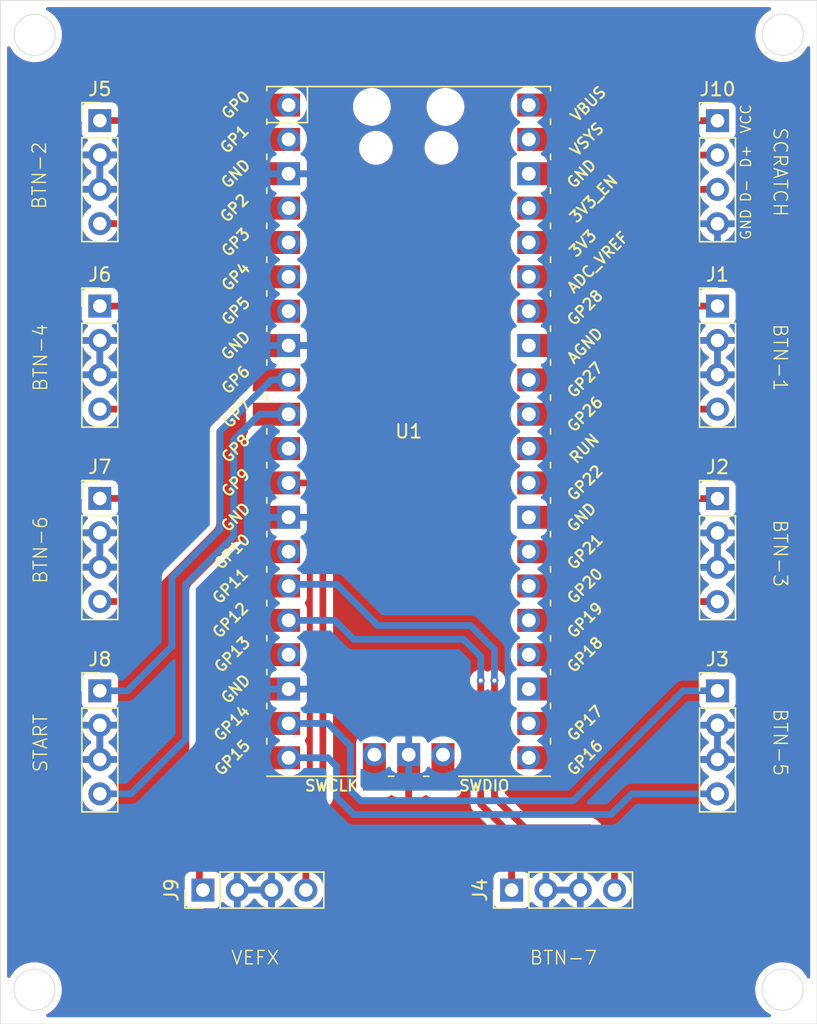
<source format=kicad_pcb>
(kicad_pcb (version 20240108) (generator "pcbnew") (generator_version "8.0")
  (layers (0 "F.Cu" signal) (31 "B.Cu" signal) (34 "B.Paste" user) (35 "F.Paste" user) (36 "B.SilkS" user "B.Silkscreen") (37 "F.SilkS" user "F.Silkscreen") (38 "B.Mask" user) (39 "F.Mask" user) (44 "Edge.Cuts" user))
  (net 0 "")
  (net 1 "Net-(J10-Pin_1)")
  (net 11 "Net-(J1-Pin_1)")
  (net 12 "Net-(J2-Pin_1)")
  (net 13 "Net-(J2-Pin_4)")
  (net 14 "Net-(J3-Pin_1)")
  (net 15 "Net-(J3-Pin_4)")
  (net 16 "Net-(J4-Pin_1)")
  (net 17 "Net-(J4-Pin_4)")
  (net 18 "Net-(J5-Pin_4)")
  (net 19 "Net-(J5-Pin_1)")
  (net 20 "Net-(J6-Pin_4)")
  (net 21 "Net-(J6-Pin_1)")
  (net 22 "Net-(J7-Pin_1)")
  (net 23 "Net-(J7-Pin_4)")
  (net 24 "Net-(J8-Pin_1)")
  (net 25 "Net-(J8-Pin_4)")
  (net 26 "Net-(J9-Pin_4)")
  (net 27 "Net-(J9-Pin_1)")
  (net 33 "GND")
  (net 34 "Net-(J10-Pin_3)")
  (net 40 "Net-(J10-Pin_2)")
  (footprint "Connector_PinHeader_2.54mm:PinHeader_1x04_P2.54mm_Vertical" (layer "F.Cu") (at 90.17 85.09 90)
    (property "Reference" "J4" (at 0 -2.33 90) (layer "F.SilkS"))
    (property "Value" "BTN-7")
    (fp_line (start -1.33 -1.33) (end 0 -1.33) (stroke (width 0.12)) (layer "F.SilkS"))
    (fp_line (start -1.33 0) (end -1.33 -1.33) (stroke (width 0.12)) (layer "F.SilkS"))
    (fp_line (start 1.33 1.27) (end 1.33 8.95) (stroke (width 0.12)) (layer "F.SilkS"))
    (fp_line (start -1.33 1.27) (end 1.33 1.27) (stroke (width 0.12)) (layer "F.SilkS"))
    (fp_line (start -1.33 1.27) (end -1.33 8.95) (stroke (width 0.12)) (layer "F.SilkS"))
    (fp_line (start -1.33 8.95) (end 1.33 8.95) (stroke (width 0.12)) (layer "F.SilkS"))
    (pad "1" thru_hole rect (at 0 0 90) (size 1.7 1.7) (drill 1) (layers "*.Cu" "*.Mask") (net 16 "Net-(J4-Pin_1)"))
    (pad "2" thru_hole oval (at 0 2.54 90) (size 1.7 1.7) (drill 1) (layers "*.Cu" "*.Mask") (net 33 "GND"))
    (pad "3" thru_hole oval (at 0 5.08 90) (size 1.7 1.7) (drill 1) (layers "*.Cu" "*.Mask") (net 33 "GND"))
    (pad "4" thru_hole oval (at 0 7.62 90) (size 1.7 1.7) (drill 1) (layers "*.Cu" "*.Mask") (net 17 "Net-(J4-Pin_4)"))
  )
  (footprint "Connector_PinHeader_2.54mm:PinHeader_1x04_P2.54mm_Vertical" (layer "F.Cu") (at 105.41 56.144)
    (property "Reference" "J2" (at 0 -2.33 0) (layer "F.SilkS"))
    (property "Value" "BTN-3")
    (fp_line (start -1.33 -1.33) (end 0 -1.33) (stroke (width 0.12)) (layer "F.SilkS"))
    (fp_line (start -1.33 0) (end -1.33 -1.33) (stroke (width 0.12)) (layer "F.SilkS"))
    (fp_line (start -1.33 1.27) (end -1.33 8.95) (stroke (width 0.12)) (layer "F.SilkS"))
    (fp_line (start -1.33 1.27) (end 1.33 1.27) (stroke (width 0.12)) (layer "F.SilkS"))
    (fp_line (start -1.33 8.95) (end 1.33 8.95) (stroke (width 0.12)) (layer "F.SilkS"))
    (fp_line (start 1.33 1.27) (end 1.33 8.95) (stroke (width 0.12)) (layer "F.SilkS"))
    (pad "1" thru_hole rect (at 0 0) (size 1.7 1.7) (drill 1) (layers "*.Cu" "*.Mask") (net 12 "Net-(J2-Pin_1)"))
    (pad "2" thru_hole oval (at 0 2.54) (size 1.7 1.7) (drill 1) (layers "*.Cu" "*.Mask") (net 33 "GND"))
    (pad "3" thru_hole oval (at 0 5.08) (size 1.7 1.7) (drill 1) (layers "*.Cu" "*.Mask") (net 33 "GND"))
    (pad "4" thru_hole oval (at 0 7.62) (size 1.7 1.7) (drill 1) (layers "*.Cu" "*.Mask") (net 13 "Net-(J2-Pin_4)"))
  )
  (footprint "Connector_PinHeader_2.54mm:PinHeader_1x04_P2.54mm_Vertical" (layer "F.Cu") (at 105.41 28.204)
    (property "Reference" "J10" (at 0 -2.33 0) (layer "F.SilkS"))
    (property "Value" "SCRATCH")
    (fp_line (start -1.33 -1.33) (end 0 -1.33) (stroke (width 0.12)) (layer "F.SilkS"))
    (fp_line (start -1.33 0) (end -1.33 -1.33) (stroke (width 0.12)) (layer "F.SilkS"))
    (fp_line (start -1.33 1.27) (end -1.33 8.95) (stroke (width 0.12)) (layer "F.SilkS"))
    (fp_line (start -1.33 1.27) (end 1.33 1.27) (stroke (width 0.12)) (layer "F.SilkS"))
    (fp_line (start -1.33 8.95) (end 1.33 8.95) (stroke (width 0.12)) (layer "F.SilkS"))
    (fp_line (start 1.33 1.27) (end 1.33 8.95) (stroke (width 0.12)) (layer "F.SilkS"))
    (pad "1" thru_hole rect (at 0 0) (size 1.7 1.7) (drill 1) (layers "*.Cu" "*.Mask") (net 1 "Net-(J10-Pin_1)"))
    (pad "2" thru_hole oval (at 0 2.54) (size 1.7 1.7) (drill 1) (layers "*.Cu" "*.Mask") (net 40 "Net-(J10-Pin_2)"))
    (pad "3" thru_hole oval (at 0 5.08) (size 1.7 1.7) (drill 1) (layers "*.Cu" "*.Mask") (net 34 "Net-(J10-Pin_3)"))
    (pad "4" thru_hole oval (at 0 7.62) (size 1.7 1.7) (drill 1) (layers "*.Cu" "*.Mask") (net 33 "GND"))
  )
  (footprint "Connector_PinHeader_2.54mm:PinHeader_1x04_P2.54mm_Vertical" (layer "F.Cu") (at 59.69 56.134)
    (property "Reference" "J7" (at 0 -2.33 0) (layer "F.SilkS"))
    (property "Value" "BTN-6")
    (fp_line (start -1.33 -1.33) (end 0 -1.33) (stroke (width 0.12)) (layer "F.SilkS"))
    (fp_line (start -1.33 0) (end -1.33 -1.33) (stroke (width 0.12)) (layer "F.SilkS"))
    (fp_line (start -1.33 1.27) (end -1.33 8.95) (stroke (width 0.12)) (layer "F.SilkS"))
    (fp_line (start -1.33 1.27) (end 1.33 1.27) (stroke (width 0.12)) (layer "F.SilkS"))
    (fp_line (start -1.33 8.95) (end 1.33 8.95) (stroke (width 0.12)) (layer "F.SilkS"))
    (fp_line (start 1.33 1.27) (end 1.33 8.95) (stroke (width 0.12)) (layer "F.SilkS"))
    (pad "1" thru_hole rect (at 0 0) (size 1.7 1.7) (drill 1) (layers "*.Cu" "*.Mask") (net 22 "Net-(J7-Pin_1)"))
    (pad "2" thru_hole oval (at 0 2.54) (size 1.7 1.7) (drill 1) (layers "*.Cu" "*.Mask") (net 33 "GND"))
    (pad "3" thru_hole oval (at 0 5.08) (size 1.7 1.7) (drill 1) (layers "*.Cu" "*.Mask") (net 33 "GND"))
    (pad "4" thru_hole oval (at 0 7.62) (size 1.7 1.7) (drill 1) (layers "*.Cu" "*.Mask") (net 23 "Net-(J7-Pin_4)"))
  )
  (footprint "MCU_RaspberryPi_and_Boards:RPi_Pico_SMD_TH" (layer "F.Cu") (at 82.55 51.178)
    (property "Reference" "U1" (at 0 0 0) (layer "F.SilkS"))
    (property "Value" "Pico")
    (fp_line (start -10.5 -25.5) (end -10.5 -25.2) (stroke (width 0.12)) (layer "F.SilkS"))
    (fp_line (start -10.5 -25.5) (end 10.5 -25.5) (stroke (width 0.12)) (layer "F.SilkS"))
    (fp_line (start -10.5 -23.1) (end -10.5 -22.7) (stroke (width 0.12)) (layer "F.SilkS"))
    (fp_line (start -10.5 -22.833) (end -7.493 -22.833) (stroke (width 0.12)) (layer "F.SilkS"))
    (fp_line (start -10.5 -20.5) (end -10.5 -20.1) (stroke (width 0.12)) (layer "F.SilkS"))
    (fp_line (start -10.5 -18) (end -10.5 -17.6) (stroke (width 0.12)) (layer "F.SilkS"))
    (fp_line (start -10.5 -15.4) (end -10.5 -15) (stroke (width 0.12)) (layer "F.SilkS"))
    (fp_line (start -10.5 -12.9) (end -10.5 -12.5) (stroke (width 0.12)) (layer "F.SilkS"))
    (fp_line (start -10.5 -10.4) (end -10.5 -10) (stroke (width 0.12)) (layer "F.SilkS"))
    (fp_line (start -10.5 -7.8) (end -10.5 -7.4) (stroke (width 0.12)) (layer "F.SilkS"))
    (fp_line (start -10.5 -5.3) (end -10.5 -4.9) (stroke (width 0.12)) (layer "F.SilkS"))
    (fp_line (start -10.5 -2.7) (end -10.5 -2.3) (stroke (width 0.12)) (layer "F.SilkS"))
    (fp_line (start -10.5 -0.2) (end -10.5 0.2) (stroke (width 0.12)) (layer "F.SilkS"))
    (fp_line (start -10.5 2.3) (end -10.5 2.7) (stroke (width 0.12)) (layer "F.SilkS"))
    (fp_line (start -10.5 4.9) (end -10.5 5.3) (stroke (width 0.12)) (layer "F.SilkS"))
    (fp_line (start -10.5 7.4) (end -10.5 7.8) (stroke (width 0.12)) (layer "F.SilkS"))
    (fp_line (start -10.5 10) (end -10.5 10.4) (stroke (width 0.12)) (layer "F.SilkS"))
    (fp_line (start -10.5 12.5) (end -10.5 12.9) (stroke (width 0.12)) (layer "F.SilkS"))
    (fp_line (start -10.5 15.1) (end -10.5 15.5) (stroke (width 0.12)) (layer "F.SilkS"))
    (fp_line (start -10.5 17.6) (end -10.5 18) (stroke (width 0.12)) (layer "F.SilkS"))
    (fp_line (start -10.5 20.1) (end -10.5 20.5) (stroke (width 0.12)) (layer "F.SilkS"))
    (fp_line (start -10.5 22.7) (end -10.5 23.1) (stroke (width 0.12)) (layer "F.SilkS"))
    (fp_line (start -7.493 -22.833) (end -7.493 -25.5) (stroke (width 0.12)) (layer "F.SilkS"))
    (fp_line (start -3.7 25.5) (end -10.5 25.5) (stroke (width 0.12)) (layer "F.SilkS"))
    (fp_line (start -1.5 25.5) (end -1.1 25.5) (stroke (width 0.12)) (layer "F.SilkS"))
    (fp_line (start 1.1 25.5) (end 1.5 25.5) (stroke (width 0.12)) (layer "F.SilkS"))
    (fp_line (start 10.5 -25.5) (end 10.5 -25.2) (stroke (width 0.12)) (layer "F.SilkS"))
    (fp_line (start 10.5 -23.1) (end 10.5 -22.7) (stroke (width 0.12)) (layer "F.SilkS"))
    (fp_line (start 10.5 -20.5) (end 10.5 -20.1) (stroke (width 0.12)) (layer "F.SilkS"))
    (fp_line (start 10.5 -18) (end 10.5 -17.6) (stroke (width 0.12)) (layer "F.SilkS"))
    (fp_line (start 10.5 -15.4) (end 10.5 -15) (stroke (width 0.12)) (layer "F.SilkS"))
    (fp_line (start 10.5 -12.9) (end 10.5 -12.5) (stroke (width 0.12)) (layer "F.SilkS"))
    (fp_line (start 10.5 -10.4) (end 10.5 -10) (stroke (width 0.12)) (layer "F.SilkS"))
    (fp_line (start 10.5 -7.8) (end 10.5 -7.4) (stroke (width 0.12)) (layer "F.SilkS"))
    (fp_line (start 10.5 -5.3) (end 10.5 -4.9) (stroke (width 0.12)) (layer "F.SilkS"))
    (fp_line (start 10.5 -2.7) (end 10.5 -2.3) (stroke (width 0.12)) (layer "F.SilkS"))
    (fp_line (start 10.5 -0.2) (end 10.5 0.2) (stroke (width 0.12)) (layer "F.SilkS"))
    (fp_line (start 10.5 2.3) (end 10.5 2.7) (stroke (width 0.12)) (layer "F.SilkS"))
    (fp_line (start 10.5 4.9) (end 10.5 5.3) (stroke (width 0.12)) (layer "F.SilkS"))
    (fp_line (start 10.5 7.4) (end 10.5 7.8) (stroke (width 0.12)) (layer "F.SilkS"))
    (fp_line (start 10.5 10) (end 10.5 10.4) (stroke (width 0.12)) (layer "F.SilkS"))
    (fp_line (start 10.5 12.5) (end 10.5 12.9) (stroke (width 0.12)) (layer "F.SilkS"))
    (fp_line (start 10.5 15.1) (end 10.5 15.5) (stroke (width 0.12)) (layer "F.SilkS"))
    (fp_line (start 10.5 17.6) (end 10.5 18) (stroke (width 0.12)) (layer "F.SilkS"))
    (fp_line (start 10.5 20.1) (end 10.5 20.5) (stroke (width 0.12)) (layer "F.SilkS"))
    (fp_line (start 10.5 22.7) (end 10.5 23.1) (stroke (width 0.12)) (layer "F.SilkS"))
    (fp_line (start 10.5 25.5) (end 3.7 25.5) (stroke (width 0.12)) (layer "F.SilkS"))
    (fp_text user "GP8" (at -12.8 1.27 45) (layer "F.SilkS") (effects (font (size 0.8 0.8))))
    (fp_text user "GP1" (at -12.9 -21.6 45) (layer "F.SilkS") (effects (font (size 0.8 0.8))))
    (fp_text user "GP2" (at -12.9 -16.51 45) (layer "F.SilkS") (effects (font (size 0.8 0.8))))
    (fp_text user "3V3_EN" (at 13.7 -17.2 45) (layer "F.SilkS") (effects (font (size 0.8 0.8))))
    (fp_text user "GND" (at -12.8 -6.35 45) (layer "F.SilkS") (effects (font (size 0.8 0.8))))
    (fp_text user "GP28" (at 13.054 -9.144 45) (layer "F.SilkS") (effects (font (size 0.8 0.8))))
    (fp_text user "GP10" (at -13.054 8.89 45) (layer "F.SilkS") (effects (font (size 0.8 0.8))))
    (fp_text user "GP11" (at -13.2 11.43 45) (layer "F.SilkS") (effects (font (size 0.8 0.8))))
    (fp_text user "GP5" (at -12.8 -8.89 45) (layer "F.SilkS") (effects (font (size 0.8 0.8))))
    (fp_text user "GP17" (at 13.054 21.59 45) (layer "F.SilkS") (effects (font (size 0.8 0.8))))
    (fp_text user "RUN" (at 13 1.27 45) (layer "F.SilkS") (effects (font (size 0.8 0.8))))
    (fp_text user "SWDIO" (at 5.6 26.2 0) (layer "F.SilkS") (effects (font (size 0.8 0.8))))
    (fp_text user "GND" (at 12.8 6.35 45) (layer "F.SilkS") (effects (font (size 0.8 0.8))))
    (fp_text user "AGND" (at 13.054 -6.35 45) (layer "F.SilkS") (effects (font (size 0.8 0.8))))
    (fp_text user "3V3" (at 12.9 -13.9 45) (layer "F.SilkS") (effects (font (size 0.8 0.8))))
    (fp_text user "GND" (at -12.8 6.35 45) (layer "F.SilkS") (effects (font (size 0.8 0.8))))
    (fp_text user "GP9" (at -12.8 3.81 45) (layer "F.SilkS") (effects (font (size 0.8 0.8))))
    (fp_text user "GP12" (at -13.2 13.97 45) (layer "F.SilkS") (effects (font (size 0.8 0.8))))
    (fp_text user "GP19" (at 13.054 13.97 45) (layer "F.SilkS") (effects (font (size 0.8 0.8))))
    (fp_text user "GP22" (at 13.054 3.81 45) (layer "F.SilkS") (effects (font (size 0.8 0.8))))
    (fp_text user "GP20" (at 13.054 11.43 45) (layer "F.SilkS") (effects (font (size 0.8 0.8))))
    (fp_text user "GP0" (at -12.8 -24.13 45) (layer "F.SilkS") (effects (font (size 0.8 0.8))))
    (fp_text user "GND" (at -12.8 -19.05 45) (layer "F.SilkS") (effects (font (size 0.8 0.8))))
    (fp_text user "GP16" (at 13.054 24.13 45) (layer "F.SilkS") (effects (font (size 0.8 0.8))))
    (fp_text user "GP13" (at -13.054 16.51 45) (layer "F.SilkS") (effects (font (size 0.8 0.8))))
    (fp_text user "ADC_VREF" (at 14 -12.5 45) (layer "F.SilkS") (effects (font (size 0.8 0.8))))
    (fp_text user "GP14" (at -13.1 21.59 45) (layer "F.SilkS") (effects (font (size 0.8 0.8))))
    (fp_text user "GP3" (at -12.8 -13.97 45) (layer "F.SilkS") (effects (font (size 0.8 0.8))))
    (fp_text user "GP4" (at -12.8 -11.43 45) (layer "F.SilkS") (effects (font (size 0.8 0.8))))
    (fp_text user "GP6" (at -12.8 -3.81 45) (layer "F.SilkS") (effects (font (size 0.8 0.8))))
    (fp_text user "GP27" (at 13.054 -3.8 45) (layer "F.SilkS") (effects (font (size 0.8 0.8))))
    (fp_text user "SWCLK" (at -5.7 26.2 0) (layer "F.SilkS") (effects (font (size 0.8 0.8))))
    (fp_text user "GND" (at -12.8 19.05 45) (layer "F.SilkS") (effects (font (size 0.8 0.8))))
    (fp_text user "GND" (at 12.8 -19.05 45) (layer "F.SilkS") (effects (font (size 0.8 0.8))))
    (fp_text user "GP21" (at 13.054 8.9 45) (layer "F.SilkS") (effects (font (size 0.8 0.8))))
    (fp_text user "GP18" (at 13.054 16.51 45) (layer "F.SilkS") (effects (font (size 0.8 0.8))))
    (fp_text user "VBUS" (at 13.3 -24.2 45) (layer "F.SilkS") (effects (font (size 0.8 0.8))))
    (fp_text user "GP15" (at -13.054 24.13 45) (layer "F.SilkS") (effects (font (size 0.8 0.8))))
    (fp_text user "GP7" (at -12.7 -1.3 45) (layer "F.SilkS") (effects (font (size 0.8 0.8))))
    (fp_text user "VSYS" (at 13.2 -21.59 45) (layer "F.SilkS") (effects (font (size 0.8 0.8))))
    (fp_text user "GP26" (at 13.054 -1.27 45) (layer "F.SilkS") (effects (font (size 0.8 0.8))))
    (pad "" np_thru_hole oval (at -2.725 -24) (size 1.8 1.8) (drill 1.8) (layers "*.Cu" "*.Mask"))
    (pad "" np_thru_hole oval (at -2.425 -20.97) (size 1.5 1.5) (drill 1.5) (layers "*.Cu" "*.Mask"))
    (pad "" np_thru_hole oval (at 2.425 -20.97) (size 1.5 1.5) (drill 1.5) (layers "*.Cu" "*.Mask"))
    (pad "" np_thru_hole oval (at 2.725 -24) (size 1.8 1.8) (drill 1.8) (layers "*.Cu" "*.Mask"))
    (pad "1" thru_hole oval (at -8.89 -24.13) (size 1.7 1.7) (drill 1.02) (layers "*.Cu" "*.Mask") (net 19 "Net-(J5-Pin_1)"))
    (pad "1" smd rect (at -8.89 -24.13) (size 3.5 1.7) (drill (offset -0.9 0)) (layers "F.Cu" "F.Mask") (net 19 "Net-(J5-Pin_1)"))
    (pad "2" thru_hole oval (at -8.89 -21.59) (size 1.7 1.7) (drill 1.02) (layers "*.Cu" "*.Mask") (net 18 "Net-(J5-Pin_4)"))
    (pad "2" smd rect (at -8.89 -21.59) (size 3.5 1.7) (drill (offset -0.9 0)) (layers "F.Cu" "F.Mask") (net 18 "Net-(J5-Pin_4)"))
    (pad "3" thru_hole rect (at -8.89 -19.05) (size 1.7 1.7) (drill 1.02) (layers "*.Cu" "*.Mask") (net 33 "GND"))
    (pad "3" smd rect (at -8.89 -19.05) (size 3.5 1.7) (drill (offset -0.9 0)) (layers "F.Cu" "F.Mask") (net 33 "GND"))
    (pad "4" thru_hole oval (at -8.89 -16.51) (size 1.7 1.7) (drill 1.02) (layers "*.Cu" "*.Mask") (net 21 "Net-(J6-Pin_1)"))
    (pad "4" smd rect (at -8.89 -16.51) (size 3.5 1.7) (drill (offset -0.9 0)) (layers "F.Cu" "F.Mask") (net 21 "Net-(J6-Pin_1)"))
    (pad "5" thru_hole oval (at -8.89 -13.97) (size 1.7 1.7) (drill 1.02) (layers "*.Cu" "*.Mask") (net 20 "Net-(J6-Pin_4)"))
    (pad "5" smd rect (at -8.89 -13.97) (size 3.5 1.7) (drill (offset -0.9 0)) (layers "F.Cu" "F.Mask") (net 20 "Net-(J6-Pin_4)"))
    (pad "6" thru_hole oval (at -8.89 -11.43) (size 1.7 1.7) (drill 1.02) (layers "*.Cu" "*.Mask") (net 22 "Net-(J7-Pin_1)"))
    (pad "6" smd rect (at -8.89 -11.43) (size 3.5 1.7) (drill (offset -0.9 0)) (layers "F.Cu" "F.Mask") (net 22 "Net-(J7-Pin_1)"))
    (pad "7" thru_hole oval (at -8.89 -8.89) (size 1.7 1.7) (drill 1.02) (layers "*.Cu" "*.Mask") (net 23 "Net-(J7-Pin_4)"))
    (pad "7" smd rect (at -8.89 -8.89) (size 3.5 1.7) (drill (offset -0.9 0)) (layers "F.Cu" "F.Mask") (net 23 "Net-(J7-Pin_4)"))
    (pad "8" thru_hole rect (at -8.89 -6.35) (size 1.7 1.7) (drill 1.02) (layers "*.Cu" "*.Mask") (net 33 "GND"))
    (pad "8" smd rect (at -8.89 -6.35) (size 3.5 1.7) (drill (offset -0.9 0)) (layers "F.Cu" "F.Mask") (net 33 "GND"))
    (pad "9" thru_hole oval (at -8.89 -3.81) (size 1.7 1.7) (drill 1.02) (layers "*.Cu" "*.Mask") (net 24 "Net-(J8-Pin_1)"))
    (pad "9" smd rect (at -8.89 -3.81) (size 3.5 1.7) (drill (offset -0.9 0)) (layers "F.Cu" "F.Mask") (net 24 "Net-(J8-Pin_1)"))
    (pad "10" thru_hole oval (at -8.89 -1.27) (size 1.7 1.7) (drill 1.02) (layers "*.Cu" "*.Mask") (net 25 "Net-(J8-Pin_4)"))
    (pad "10" smd rect (at -8.89 -1.27) (size 3.5 1.7) (drill (offset -0.9 0)) (layers "F.Cu" "F.Mask") (net 25 "Net-(J8-Pin_4)"))
    (pad "11" thru_hole oval (at -8.89 1.27) (size 1.7 1.7) (drill 1.02) (layers "*.Cu" "*.Mask"))
    (pad "11" smd rect (at -8.89 1.27) (size 3.5 1.7) (drill (offset -0.9 0)) (layers "F.Cu" "F.Mask"))
    (pad "12" thru_hole oval (at -8.89 3.81) (size 1.7 1.7) (drill 1.02) (layers "*.Cu" "*.Mask") (net 26 "Net-(J9-Pin_4)"))
    (pad "12" smd rect (at -8.89 3.81) (size 3.5 1.7) (drill (offset -0.9 0)) (layers "F.Cu" "F.Mask") (net 26 "Net-(J9-Pin_4)"))
    (pad "13" thru_hole rect (at -8.89 6.35) (size 1.7 1.7) (drill 1.02) (layers "*.Cu" "*.Mask") (net 33 "GND"))
    (pad "13" smd rect (at -8.89 6.35) (size 3.5 1.7) (drill (offset -0.9 0)) (layers "F.Cu" "F.Mask") (net 33 "GND"))
    (pad "14" thru_hole oval (at -8.89 8.89) (size 1.7 1.7) (drill 1.02) (layers "*.Cu" "*.Mask") (net 27 "Net-(J9-Pin_1)"))
    (pad "14" smd rect (at -8.89 8.89) (size 3.5 1.7) (drill (offset -0.9 0)) (layers "F.Cu" "F.Mask") (net 27 "Net-(J9-Pin_1)"))
    (pad "15" thru_hole oval (at -8.89 11.43) (size 1.7 1.7) (drill 1.02) (layers "*.Cu" "*.Mask") (net 17 "Net-(J4-Pin_4)"))
    (pad "15" smd rect (at -8.89 11.43) (size 3.5 1.7) (drill (offset -0.9 0)) (layers "F.Cu" "F.Mask") (net 17 "Net-(J4-Pin_4)"))
    (pad "16" thru_hole oval (at -8.89 13.97) (size 1.7 1.7) (drill 1.02) (layers "*.Cu" "*.Mask") (net 16 "Net-(J4-Pin_1)"))
    (pad "16" smd rect (at -8.89 13.97) (size 3.5 1.7) (drill (offset -0.9 0)) (layers "F.Cu" "F.Mask") (net 16 "Net-(J4-Pin_1)"))
    (pad "17" thru_hole oval (at -8.89 16.51) (size 1.7 1.7) (drill 1.02) (layers "*.Cu" "*.Mask"))
    (pad "17" smd rect (at -8.89 16.51) (size 3.5 1.7) (drill (offset -0.9 0)) (layers "F.Cu" "F.Mask"))
    (pad "18" thru_hole rect (at -8.89 19.05) (size 1.7 1.7) (drill 1.02) (layers "*.Cu" "*.Mask") (net 33 "GND"))
    (pad "18" smd rect (at -8.89 19.05) (size 3.5 1.7) (drill (offset -0.9 0)) (layers "F.Cu" "F.Mask") (net 33 "GND"))
    (pad "19" thru_hole oval (at -8.89 21.59) (size 1.7 1.7) (drill 1.02) (layers "*.Cu" "*.Mask") (net 14 "Net-(J3-Pin_1)"))
    (pad "19" smd rect (at -8.89 21.59) (size 3.5 1.7) (drill (offset -0.9 0)) (layers "F.Cu" "F.Mask") (net 14 "Net-(J3-Pin_1)"))
    (pad "20" thru_hole oval (at -8.89 24.13) (size 1.7 1.7) (drill 1.02) (layers "*.Cu" "*.Mask") (net 15 "Net-(J3-Pin_4)"))
    (pad "20" smd rect (at -8.89 24.13) (size 3.5 1.7) (drill (offset -0.9 0)) (layers "F.Cu" "F.Mask") (net 15 "Net-(J3-Pin_4)"))
    (pad "21" thru_hole oval (at 8.89 24.13) (size 1.7 1.7) (drill 1.02) (layers "*.Cu" "*.Mask") (net 13 "Net-(J2-Pin_4)"))
    (pad "21" smd rect (at 8.89 24.13) (size 3.5 1.7) (drill (offset 0.9 0)) (layers "F.Cu" "F.Mask") (net 13 "Net-(J2-Pin_4)"))
    (pad "22" thru_hole oval (at 8.89 21.59) (size 1.7 1.7) (drill 1.02) (layers "*.Cu" "*.Mask") (net 12 "Net-(J2-Pin_1)"))
    (pad "22" smd rect (at 8.89 21.59) (size 3.5 1.7) (drill (offset 0.9 0)) (layers "F.Cu" "F.Mask") (net 12 "Net-(J2-Pin_1)"))
    (pad "23" thru_hole rect (at 8.89 19.05) (size 1.7 1.7) (drill 1.02) (layers "*.Cu" "*.Mask"))
    (pad "23" smd rect (at 8.89 19.05) (size 3.5 1.7) (drill (offset 0.9 0)) (layers "F.Cu" "F.Mask"))
    (pad "24" thru_hole oval (at 8.89 16.51) (size 1.7 1.7) (drill 1.02) (layers "*.Cu" "*.Mask"))
    (pad "24" smd rect (at 8.89 16.51) (size 3.5 1.7) (drill (offset 0.9 0)) (layers "F.Cu" "F.Mask"))
    (pad "25" thru_hole oval (at 8.89 13.97) (size 1.7 1.7) (drill 1.02) (layers "*.Cu" "*.Mask") (net 11 "Net-(J1-Pin_1)"))
    (pad "25" smd rect (at 8.89 13.97) (size 3.5 1.7) (drill (offset 0.9 0)) (layers "F.Cu" "F.Mask") (net 11 "Net-(J1-Pin_1)"))
    (pad "26" thru_hole oval (at 8.89 11.43) (size 1.7 1.7) (drill 1.02) (layers "*.Cu" "*.Mask") (net 34 "Net-(J10-Pin_3)"))
    (pad "26" smd rect (at 8.89 11.43) (size 3.5 1.7) (drill (offset 0.9 0)) (layers "F.Cu" "F.Mask") (net 34 "Net-(J10-Pin_3)"))
    (pad "27" thru_hole oval (at 8.89 8.89) (size 1.7 1.7) (drill 1.02) (layers "*.Cu" "*.Mask") (net 40 "Net-(J10-Pin_2)"))
    (pad "27" smd rect (at 8.89 8.89) (size 3.5 1.7) (drill (offset 0.9 0)) (layers "F.Cu" "F.Mask") (net 40 "Net-(J10-Pin_2)"))
    (pad "28" thru_hole rect (at 8.89 6.35) (size 1.7 1.7) (drill 1.02) (layers "*.Cu" "*.Mask"))
    (pad "28" smd rect (at 8.89 6.35) (size 3.5 1.7) (drill (offset 0.9 0)) (layers "F.Cu" "F.Mask"))
    (pad "29" thru_hole oval (at 8.89 3.81) (size 1.7 1.7) (drill 1.02) (layers "*.Cu" "*.Mask"))
    (pad "29" smd rect (at 8.89 3.81) (size 3.5 1.7) (drill (offset 0.9 0)) (layers "F.Cu" "F.Mask"))
    (pad "30" thru_hole oval (at 8.89 1.27) (size 1.7 1.7) (drill 1.02) (layers "*.Cu" "*.Mask"))
    (pad "30" smd rect (at 8.89 1.27) (size 3.5 1.7) (drill (offset 0.9 0)) (layers "F.Cu" "F.Mask"))
    (pad "31" thru_hole oval (at 8.89 -1.27) (size 1.7 1.7) (drill 1.02) (layers "*.Cu" "*.Mask"))
    (pad "31" smd rect (at 8.89 -1.27) (size 3.5 1.7) (drill (offset 0.9 0)) (layers "F.Cu" "F.Mask"))
    (pad "32" thru_hole oval (at 8.89 -3.81) (size 1.7 1.7) (drill 1.02) (layers "*.Cu" "*.Mask"))
    (pad "32" smd rect (at 8.89 -3.81) (size 3.5 1.7) (drill (offset 0.9 0)) (layers "F.Cu" "F.Mask"))
    (pad "33" thru_hole rect (at 8.89 -6.35) (size 1.7 1.7) (drill 1.02) (layers "*.Cu" "*.Mask"))
    (pad "33" smd rect (at 8.89 -6.35) (size 3.5 1.7) (drill (offset 0.9 0)) (layers "F.Cu" "F.Mask"))
    (pad "34" thru_hole oval (at 8.89 -8.89) (size 1.7 1.7) (drill 1.02) (layers "*.Cu" "*.Mask"))
    (pad "34" smd rect (at 8.89 -8.89) (size 3.5 1.7) (drill (offset 0.9 0)) (layers "F.Cu" "F.Mask"))
    (pad "35" thru_hole oval (at 8.89 -11.43) (size 1.7 1.7) (drill 1.02) (layers "*.Cu" "*.Mask"))
    (pad "35" smd rect (at 8.89 -11.43) (size 3.5 1.7) (drill (offset 0.9 0)) (layers "F.Cu" "F.Mask"))
    (pad "36" thru_hole oval (at 8.89 -13.97) (size 1.7 1.7) (drill 1.02) (layers "*.Cu" "*.Mask"))
    (pad "36" smd rect (at 8.89 -13.97) (size 3.5 1.7) (drill (offset 0.9 0)) (layers "F.Cu" "F.Mask"))
    (pad "37" thru_hole oval (at 8.89 -16.51) (size 1.7 1.7) (drill 1.02) (layers "*.Cu" "*.Mask"))
    (pad "37" smd rect (at 8.89 -16.51) (size 3.5 1.7) (drill (offset 0.9 0)) (layers "F.Cu" "F.Mask"))
    (pad "38" thru_hole rect (at 8.89 -19.05) (size 1.7 1.7) (drill 1.02) (layers "*.Cu" "*.Mask"))
    (pad "38" smd rect (at 8.89 -19.05) (size 3.5 1.7) (drill (offset 0.9 0)) (layers "F.Cu" "F.Mask"))
    (pad "39" thru_hole oval (at 8.89 -21.59) (size 1.7 1.7) (drill 1.02) (layers "*.Cu" "*.Mask"))
    (pad "39" smd rect (at 8.89 -21.59) (size 3.5 1.7) (drill (offset 0.9 0)) (layers "F.Cu" "F.Mask"))
    (pad "40" thru_hole oval (at 8.89 -24.13) (size 1.7 1.7) (drill 1.02) (layers "*.Cu" "*.Mask") (net 1 "Net-(J10-Pin_1)"))
    (pad "40" smd rect (at 8.89 -24.13) (size 3.5 1.7) (drill (offset 0.9 0)) (layers "F.Cu" "F.Mask") (net 1 "Net-(J10-Pin_1)"))
    (pad "41" thru_hole oval (at -2.54 23.9) (size 1.7 1.7) (drill 1.02) (layers "*.Cu" "*.Mask"))
    (pad "41" smd rect (at -2.54 23.9 90) (size 3.5 1.7) (drill (offset -0.9 0)) (layers "F.Cu" "F.Mask"))
    (pad "42" thru_hole rect (at 0 23.9) (size 1.7 1.7) (drill 1.02) (layers "*.Cu" "*.Mask") (net 33 "GND"))
    (pad "42" smd rect (at 0 23.9 90) (size 3.5 1.7) (drill (offset -0.9 0)) (layers "F.Cu" "F.Mask") (net 33 "GND"))
    (pad "43" thru_hole oval (at 2.54 23.9) (size 1.7 1.7) (drill 1.02) (layers "*.Cu" "*.Mask"))
    (pad "43" smd rect (at 2.54 23.9 90) (size 3.5 1.7) (drill (offset -0.9 0)) (layers "F.Cu" "F.Mask"))
  )
  (footprint "Connector_PinHeader_2.54mm:PinHeader_1x04_P2.54mm_Vertical" (layer "F.Cu") (at 59.69 70.358)
    (property "Reference" "J8" (at 0 -2.33 0) (layer "F.SilkS"))
    (property "Value" "START")
    (fp_line (start -1.33 -1.33) (end 0 -1.33) (stroke (width 0.12)) (layer "F.SilkS"))
    (fp_line (start -1.33 0) (end -1.33 -1.33) (stroke (width 0.12)) (layer "F.SilkS"))
    (fp_line (start -1.33 1.27) (end -1.33 8.95) (stroke (width 0.12)) (layer "F.SilkS"))
    (fp_line (start -1.33 1.27) (end 1.33 1.27) (stroke (width 0.12)) (layer "F.SilkS"))
    (fp_line (start -1.33 8.95) (end 1.33 8.95) (stroke (width 0.12)) (layer "F.SilkS"))
    (fp_line (start 1.33 1.27) (end 1.33 8.95) (stroke (width 0.12)) (layer "F.SilkS"))
    (pad "1" thru_hole rect (at 0 0) (size 1.7 1.7) (drill 1) (layers "*.Cu" "*.Mask") (net 24 "Net-(J8-Pin_1)"))
    (pad "2" thru_hole oval (at 0 2.54) (size 1.7 1.7) (drill 1) (layers "*.Cu" "*.Mask") (net 33 "GND"))
    (pad "3" thru_hole oval (at 0 5.08) (size 1.7 1.7) (drill 1) (layers "*.Cu" "*.Mask") (net 33 "GND"))
    (pad "4" thru_hole oval (at 0 7.62) (size 1.7 1.7) (drill 1) (layers "*.Cu" "*.Mask") (net 25 "Net-(J8-Pin_4)"))
  )
  (footprint "Connector_PinHeader_2.54mm:PinHeader_1x04_P2.54mm_Vertical" (layer "F.Cu") (at 59.69 41.91)
    (property "Reference" "J6" (at 0 -2.33 0) (layer "F.SilkS"))
    (property "Value" "BTN-4")
    (fp_line (start -1.33 -1.33) (end 0 -1.33) (stroke (width 0.12)) (layer "F.SilkS"))
    (fp_line (start -1.33 0) (end -1.33 -1.33) (stroke (width 0.12)) (layer "F.SilkS"))
    (fp_line (start -1.33 1.27) (end -1.33 8.95) (stroke (width 0.12)) (layer "F.SilkS"))
    (fp_line (start -1.33 1.27) (end 1.33 1.27) (stroke (width 0.12)) (layer "F.SilkS"))
    (fp_line (start -1.33 8.95) (end 1.33 8.95) (stroke (width 0.12)) (layer "F.SilkS"))
    (fp_line (start 1.33 1.27) (end 1.33 8.95) (stroke (width 0.12)) (layer "F.SilkS"))
    (pad "1" thru_hole rect (at 0 0) (size 1.7 1.7) (drill 1) (layers "*.Cu" "*.Mask") (net 21 "Net-(J6-Pin_1)"))
    (pad "2" thru_hole oval (at 0 2.54) (size 1.7 1.7) (drill 1) (layers "*.Cu" "*.Mask") (net 33 "GND"))
    (pad "3" thru_hole oval (at 0 5.08) (size 1.7 1.7) (drill 1) (layers "*.Cu" "*.Mask") (net 33 "GND"))
    (pad "4" thru_hole oval (at 0 7.62) (size 1.7 1.7) (drill 1) (layers "*.Cu" "*.Mask") (net 20 "Net-(J6-Pin_4)"))
  )
  (footprint "Connector_PinHeader_2.54mm:PinHeader_1x04_P2.54mm_Vertical" (layer "F.Cu") (at 67.32 85.09 90)
    (property "Reference" "J9" (at 0 -2.33 90) (layer "F.SilkS"))
    (property "Value" "VEFX")
    (fp_line (start -1.33 -1.33) (end 0 -1.33) (stroke (width 0.12)) (layer "F.SilkS"))
    (fp_line (start -1.33 0) (end -1.33 -1.33) (stroke (width 0.12)) (layer "F.SilkS"))
    (fp_line (start 1.33 1.27) (end 1.33 8.95) (stroke (width 0.12)) (layer "F.SilkS"))
    (fp_line (start -1.33 1.27) (end 1.33 1.27) (stroke (width 0.12)) (layer "F.SilkS"))
    (fp_line (start -1.33 1.27) (end -1.33 8.95) (stroke (width 0.12)) (layer "F.SilkS"))
    (fp_line (start -1.33 8.95) (end 1.33 8.95) (stroke (width 0.12)) (layer "F.SilkS"))
    (pad "1" thru_hole rect (at 0 0 90) (size 1.7 1.7) (drill 1) (layers "*.Cu" "*.Mask") (net 27 "Net-(J9-Pin_1)"))
    (pad "2" thru_hole oval (at 0 2.54 90) (size 1.7 1.7) (drill 1) (layers "*.Cu" "*.Mask") (net 33 "GND"))
    (pad "3" thru_hole oval (at 0 5.08 90) (size 1.7 1.7) (drill 1) (layers "*.Cu" "*.Mask") (net 33 "GND"))
    (pad "4" thru_hole oval (at 0 7.62 90) (size 1.7 1.7) (drill 1) (layers "*.Cu" "*.Mask") (net 26 "Net-(J9-Pin_4)"))
  )
  (footprint "Connector_PinHeader_2.54mm:PinHeader_1x04_P2.54mm_Vertical" (layer "F.Cu") (at 105.41 41.91)
    (property "Reference" "J1" (at 0 -2.33 0) (layer "F.SilkS"))
    (property "Value" "BTN-1")
    (fp_line (start -1.33 -1.33) (end 0 -1.33) (stroke (width 0.12)) (layer "F.SilkS"))
    (fp_line (start -1.33 0) (end -1.33 -1.33) (stroke (width 0.12)) (layer "F.SilkS"))
    (fp_line (start -1.33 1.27) (end -1.33 8.95) (stroke (width 0.12)) (layer "F.SilkS"))
    (fp_line (start -1.33 1.27) (end 1.33 1.27) (stroke (width 0.12)) (layer "F.SilkS"))
    (fp_line (start -1.33 8.95) (end 1.33 8.95) (stroke (width 0.12)) (layer "F.SilkS"))
    (fp_line (start 1.33 1.27) (end 1.33 8.95) (stroke (width 0.12)) (layer "F.SilkS"))
    (pad "1" thru_hole rect (at 0 0) (size 1.7 1.7) (drill 1) (layers "*.Cu" "*.Mask") (net 11 "Net-(J1-Pin_1)"))
    (pad "2" thru_hole oval (at 0 2.54) (size 1.7 1.7) (drill 1) (layers "*.Cu" "*.Mask") (net 33 "GND"))
    (pad "3" thru_hole oval (at 0 5.08) (size 1.7 1.7) (drill 1) (layers "*.Cu" "*.Mask") (net 33 "GND"))
    (pad "4" thru_hole oval (at 0 7.62) (size 1.7 1.7) (drill 1) (layers "*.Cu" "*.Mask"))
  )
  (footprint "Connector_PinHeader_2.54mm:PinHeader_1x04_P2.54mm_Vertical" (layer "F.Cu") (at 105.41 70.358)
    (property "Reference" "J3" (at 0 -2.33 0) (layer "F.SilkS"))
    (property "Value" "BTN-5")
    (fp_line (start -1.33 -1.33) (end 0 -1.33) (stroke (width 0.12)) (layer "F.SilkS"))
    (fp_line (start -1.33 0) (end -1.33 -1.33) (stroke (width 0.12)) (layer "F.SilkS"))
    (fp_line (start -1.33 1.27) (end -1.33 8.95) (stroke (width 0.12)) (layer "F.SilkS"))
    (fp_line (start -1.33 1.27) (end 1.33 1.27) (stroke (width 0.12)) (layer "F.SilkS"))
    (fp_line (start -1.33 8.95) (end 1.33 8.95) (stroke (width 0.12)) (layer "F.SilkS"))
    (fp_line (start 1.33 1.27) (end 1.33 8.95) (stroke (width 0.12)) (layer "F.SilkS"))
    (pad "1" thru_hole rect (at 0 0) (size 1.7 1.7) (drill 1) (layers "*.Cu" "*.Mask") (net 14 "Net-(J3-Pin_1)"))
    (pad "2" thru_hole oval (at 0 2.54) (size 1.7 1.7) (drill 1) (layers "*.Cu" "*.Mask") (net 33 "GND"))
    (pad "3" thru_hole oval (at 0 5.08) (size 1.7 1.7) (drill 1) (layers "*.Cu" "*.Mask") (net 33 "GND"))
    (pad "4" thru_hole oval (at 0 7.62) (size 1.7 1.7) (drill 1) (layers "*.Cu" "*.Mask") (net 15 "Net-(J3-Pin_4)"))
  )
  (footprint "Connector_PinHeader_2.54mm:PinHeader_1x04_P2.54mm_Vertical" (layer "F.Cu") (at 59.69 28.194)
    (property "Reference" "J5" (at 0 -2.33 0) (layer "F.SilkS"))
    (property "Value" "BTN-2")
    (fp_line (start -1.33 -1.33) (end 0 -1.33) (stroke (width 0.12)) (layer "F.SilkS"))
    (fp_line (start -1.33 0) (end -1.33 -1.33) (stroke (width 0.12)) (layer "F.SilkS"))
    (fp_line (start -1.33 1.27) (end -1.33 8.95) (stroke (width 0.12)) (layer "F.SilkS"))
    (fp_line (start -1.33 1.27) (end 1.33 1.27) (stroke (width 0.12)) (layer "F.SilkS"))
    (fp_line (start -1.33 8.95) (end 1.33 8.95) (stroke (width 0.12)) (layer "F.SilkS"))
    (fp_line (start 1.33 1.27) (end 1.33 8.95) (stroke (width 0.12)) (layer "F.SilkS"))
    (pad "1" thru_hole rect (at 0 0) (size 1.7 1.7) (drill 1) (layers "*.Cu" "*.Mask") (net 19 "Net-(J5-Pin_1)"))
    (pad "2" thru_hole oval (at 0 2.54) (size 1.7 1.7) (drill 1) (layers "*.Cu" "*.Mask") (net 33 "GND"))
    (pad "3" thru_hole oval (at 0 5.08) (size 1.7 1.7) (drill 1) (layers "*.Cu" "*.Mask") (net 33 "GND"))
    (pad "4" thru_hole oval (at 0 7.62) (size 1.7 1.7) (drill 1) (layers "*.Cu" "*.Mask") (net 18 "Net-(J5-Pin_4)"))
  )
  (gr_circle (center 110.225435 92.456) (end 111.749435 92.456) (stroke (width 0.05)) (fill none) (layer "Edge.Cuts"))
  (gr_rect (start 52.324 19.304) (end 112.776 94.996) (stroke (width 0.05)) (fill none) (layer "Edge.Cuts"))
  (gr_circle (center 110.236 21.844) (end 111.76 21.844) (stroke (width 0.05)) (fill none) (layer "Edge.Cuts"))
  (gr_circle (center 54.853435 92.456) (end 56.377435 92.456) (stroke (width 0.05)) (fill none) (layer "Edge.Cuts"))
  (gr_circle (center 54.864 21.854565) (end 56.388 21.844) (stroke (width 0.05)) (fill none) (layer "Edge.Cuts"))
  (gr_text "BTN-7" (at 91.44 90.678 0) (layer "F.SilkS") (effects (font (size 1 1) (thickness 0.1)) (justify left bottom)))
  (gr_text "SCRATCH\n" (at 109.474 32.004 270) (layer "F.SilkS") (effects (font (size 1 1) (thickness 0.1)) (justify bottom)))
  (gr_text "D+" (at 107.95 31.75 90) (layer "F.SilkS") (effects (font (size 0.75 0.75) (thickness 0.1)) (justify left bottom)))
  (gr_text "VEFX" (at 69.342 90.678 0) (layer "F.SilkS") (effects (font (size 1 1) (thickness 0.1)) (justify left bottom)))
  (gr_text "BTN-3" (at 109.474 60.198 270) (layer "F.SilkS") (effects (font (size 1 1) (thickness 0.1)) (justify bottom)))
  (gr_text "BTN-5" (at 109.474 74.168 270) (layer "F.SilkS") (effects (font (size 1 1) (thickness 0.1)) (justify bottom)))
  (gr_text "BTN-6\n" (at 55.88 59.944 90) (layer "F.SilkS") (effects (font (size 1 1) (thickness 0.1)) (justify bottom)))
  (gr_text "D-" (at 107.95 34.29 90) (layer "F.SilkS") (effects (font (size 0.75 0.75) (thickness 0.1)) (justify left bottom)))
  (gr_text "VCC" (at 107.95 29.21 90) (layer "F.SilkS") (effects (font (size 0.75 0.75) (thickness 0.1)) (justify left bottom)))
  (gr_text "BTN-4\n" (at 55.88 45.72 90) (layer "F.SilkS") (effects (font (size 1 1) (thickness 0.1)) (justify bottom)))
  (gr_text "GND\n" (at 107.95 37.084 90) (layer "F.SilkS") (effects (font (size 0.75 0.75) (thickness 0.1)) (justify left bottom)))
  (gr_text "START" (at 55.88 76.454 90) (layer "F.SilkS") (effects (font (size 1 1) (thickness 0.1)) (justify left bottom)))
  (gr_text "BTN-2\n\n" (at 57.404 32.258 90) (layer "F.SilkS") (effects (font (size 1 1) (thickness 0.1)) (justify bottom)))
  (gr_text "BTN-1" (at 109.474 45.72 270) (layer "F.SilkS") (effects (font (size 1 1) (thickness 0.1)) (justify bottom)))
  (segment (start 95.634 67.688) (end 100.33 62.992) (width 0.5) (layer "F.Cu") (net 0))
  (segment (start 100.33 51.816) (end 102.616 49.53) (width 0.5) (layer "F.Cu") (net 0))
  (segment (start 100.33 62.992) (end 100.33 51.816) (width 0.5) (layer "F.Cu") (net 0))
  (segment (start 102.616 49.53) (end 105.41 49.53) (width 0.5) (layer "F.Cu") (net 0))
  (segment (start 91.44 67.688) (end 95.634 67.688) (width 0.5) (layer "F.Cu") (net 0))
  (segment (start 105.41 28.204) (end 100.086 28.204) (width 0.5) (layer "F.Cu") (net 1))
  (segment (start 100.086 28.204) (end 98.93 27.048) (width 0.5) (layer "F.Cu") (net 1))
  (segment (start 98.93 27.048) (end 91.44 27.048) (width 0.5) (layer "F.Cu") (net 1))
  (segment (start 102.616 41.91) (end 105.41 41.91) (width 0.5) (layer "F.Cu") (net 11))
  (segment (start 91.44 65.148) (end 95.634 65.148) (width 0.5) (layer "F.Cu") (net 11))
  (segment (start 99.314 45.212) (end 102.616 41.91) (width 0.5) (layer "F.Cu") (net 11))
  (segment (start 95.634 65.148) (end 99.314 61.468) (width 0.5) (layer "F.Cu") (net 11))
  (segment (start 99.314 61.468) (end 99.314 45.212) (width 0.5) (layer "F.Cu") (net 11))
  (segment (start 97.282 67.564) (end 101.346 63.5) (width 0.5) (layer "F.Cu") (net 12))
  (segment (start 91.44 72.768) (end 95.888 72.768) (width 0.5) (layer "F.Cu") (net 12))
  (segment (start 103.124 56.134) (end 103.134 56.144) (width 0.5) (layer "F.Cu") (net 12))
  (segment (start 97.282 71.374) (end 97.282 67.564) (width 0.5) (layer "F.Cu") (net 12))
  (segment (start 95.888 72.768) (end 97.282 71.374) (width 0.5) (layer "F.Cu") (net 12))
  (segment (start 101.346 57.912) (end 103.124 56.134) (width 0.5) (layer "F.Cu") (net 12))
  (segment (start 101.346 63.5) (end 101.346 57.912) (width 0.5) (layer "F.Cu") (net 12))
  (segment (start 103.134 56.144) (end 105.41 56.144) (width 0.5) (layer "F.Cu") (net 12))
  (segment (start 102.626 63.764) (end 102.616 63.754) (width 0.5) (layer "F.Cu") (net 13))
  (segment (start 98.298 71.882) (end 98.298 68.072) (width 0.5) (layer "F.Cu") (net 13))
  (segment (start 94.872 75.308) (end 98.298 71.882) (width 0.5) (layer "F.Cu") (net 13))
  (segment (start 91.57 75.438) (end 91.44 75.308) (width 0.5) (layer "F.Cu") (net 13))
  (segment (start 91.44 75.308) (end 94.872 75.308) (width 0.5) (layer "F.Cu") (net 13))
  (segment (start 102.626 63.764) (end 105.41 63.764) (width 0.5) (layer "F.Cu") (net 13))
  (segment (start 98.298 68.072) (end 102.616 63.754) (width 0.5) (layer "F.Cu") (net 13))
  (segment (start 78.232 74.422) (end 78.232 77.724) (width 0.5) (layer "B.Cu") (net 14))
  (segment (start 78.994 78.486) (end 94.742 78.486) (width 0.5) (layer "B.Cu") (net 14))
  (segment (start 76.578 72.768) (end 78.232 74.422) (width 0.5) (layer "B.Cu") (net 14))
  (segment (start 78.232 77.724) (end 78.994 78.486) (width 0.5) (layer "B.Cu") (net 14))
  (segment (start 102.87 70.358) (end 105.41 70.358) (width 0.5) (layer "B.Cu") (net 14))
  (segment (start 94.742 78.486) (end 102.87 70.358) (width 0.5) (layer "B.Cu") (net 14))
  (segment (start 73.66 72.768) (end 76.578 72.768) (width 0.5) (layer "B.Cu") (net 14))
  (segment (start 78.486 79.502) (end 97.536 79.502) (width 0.5) (layer "B.Cu") (net 15))
  (segment (start 76.578 75.308) (end 77.216 75.946) (width 0.5) (layer "B.Cu") (net 15))
  (segment (start 99.06 77.978) (end 105.41 77.978) (width 0.5) (layer "B.Cu") (net 15))
  (segment (start 73.66 75.308) (end 76.578 75.308) (width 0.5) (layer "B.Cu") (net 15))
  (segment (start 77.216 78.232) (end 78.486 79.502) (width 0.5) (layer "B.Cu") (net 15))
  (segment (start 97.536 79.502) (end 99.06 77.978) (width 0.5) (layer "B.Cu") (net 15))
  (segment (start 77.216 75.946) (end 77.216 78.232) (width 0.5) (layer "B.Cu") (net 15))
  (segment (start 87.884 78.74) (end 87.884 69.596) (width 0.5) (layer "F.Cu") (net 16))
  (segment (start 73.79 65.278) (end 73.66 65.148) (width 0.5) (layer "F.Cu") (net 16))
  (segment (start 90.17 81.026) (end 87.884 78.74) (width 0.5) (layer "F.Cu") (net 16))
  (segment (start 90.17 85.09) (end 90.17 81.026) (width 0.5) (layer "F.Cu") (net 16))
  (via (at 87.884 69.596) (size 0.6) (drill 0.3) (layers "F.Cu" "B.Cu") (net 16))
  (segment (start 78.486 66.548) (end 86.614 66.548) (width 0.5) (layer "B.Cu") (net 16))
  (segment (start 87.884 67.818) (end 87.884 69.596) (width 0.5) (layer "B.Cu") (net 16))
  (segment (start 86.614 66.548) (end 87.884 67.818) (width 0.5) (layer "B.Cu") (net 16))
  (segment (start 77.086 65.148) (end 73.66 65.148) (width 0.5) (layer "B.Cu") (net 16))
  (segment (start 77.216 65.278) (end 77.086 65.148) (width 0.5) (layer "B.Cu") (net 16))
  (segment (start 77.216 65.278) (end 78.486 66.548) (width 0.5) (layer "B.Cu") (net 16))
  (segment (start 97.79 85.09) (end 97.79 82.296) (width 0.5) (layer "F.Cu") (net 17))
  (segment (start 91.151 80.483) (end 88.9 78.232) (width 0.5) (layer "F.Cu") (net 17))
  (segment (start 95.977 80.483) (end 91.151 80.483) (width 0.5) (layer "F.Cu") (net 17))
  (segment (start 97.79 82.296) (end 95.977 80.483) (width 0.5) (layer "F.Cu") (net 17))
  (segment (start 88.9 78.232) (end 88.9 69.596) (width 0.5) (layer "F.Cu") (net 17))
  (via (at 88.9 69.596) (size 0.6) (drill 0.3) (layers "F.Cu" "B.Cu") (net 17))
  (segment (start 77.216 62.484) (end 80.264 65.532) (width 0.5) (layer "B.Cu") (net 17))
  (segment (start 77.216 62.484) (end 73.784 62.484) (width 0.5) (layer "B.Cu") (net 17))
  (segment (start 88.9 67.31) (end 88.9 67.818) (width 0.5) (layer "B.Cu") (net 17))
  (segment (start 87.122 65.532) (end 88.9 67.31) (width 0.5) (layer "B.Cu") (net 17))
  (segment (start 88.9 67.818) (end 88.9 69.596) (width 0.5) (layer "B.Cu") (net 17))
  (segment (start 80.264 65.532) (end 87.122 65.532) (width 0.5) (layer "B.Cu") (net 17))
  (segment (start 73.784 62.484) (end 73.66 62.608) (width 0.5) (layer "B.Cu") (net 17))
  (segment (start 69.472 29.588) (end 73.66 29.588) (width 0.5) (layer "F.Cu") (net 18))
  (segment (start 63.246 35.814) (end 69.472 29.588) (width 0.5) (layer "F.Cu") (net 18))
  (segment (start 59.69 35.814) (end 63.246 35.814) (width 0.5) (layer "F.Cu") (net 18))
  (segment (start 73.53 29.718) (end 73.66 29.588) (width 0.5) (layer "F.Cu") (net 18))
  (segment (start 68.072 27.178) (end 73.53 27.178) (width 0.5) (layer "F.Cu") (net 19))
  (segment (start 59.69 28.194) (end 67.056 28.194) (width 0.5) (layer "F.Cu") (net 19))
  (segment (start 67.056 28.194) (end 68.072 27.178) (width 0.5) (layer "F.Cu") (net 19))
  (segment (start 73.53 27.178) (end 73.66 27.048) (width 0.5) (layer "F.Cu") (net 19))
  (segment (start 61.976 49.53) (end 67.564 43.942) (width 0.5) (layer "F.Cu") (net 20))
  (segment (start 73.53 37.338) (end 73.66 37.208) (width 0.5) (layer "F.Cu") (net 20))
  (segment (start 69.472 37.208) (end 73.66 37.208) (width 0.5) (layer "F.Cu") (net 20))
  (segment (start 67.564 39.116) (end 69.472 37.208) (width 0.5) (layer "F.Cu") (net 20))
  (segment (start 59.69 49.53) (end 61.976 49.53) (width 0.5) (layer "F.Cu") (net 20))
  (segment (start 67.564 43.942) (end 67.564 39.116) (width 0.5) (layer "F.Cu") (net 20))
  (segment (start 70.234 34.668) (end 73.66 34.668) (width 0.5) (layer "F.Cu") (net 21))
  (segment (start 73.53 34.798) (end 73.66 34.668) (width 0.5) (layer "F.Cu") (net 21))
  (segment (start 59.69 41.91) (end 62.992 41.91) (width 0.5) (layer "F.Cu") (net 21))
  (segment (start 62.992 41.91) (end 70.234 34.668) (width 0.5) (layer "F.Cu") (net 21))
  (segment (start 66.548 50.292) (end 68.58 48.26) (width 0.5) (layer "F.Cu") (net 22))
  (segment (start 69.726 39.748) (end 73.66 39.748) (width 0.5) (layer "F.Cu") (net 22))
  (segment (start 68.58 40.894) (end 69.726 39.748) (width 0.5) (layer "F.Cu") (net 22))
  (segment (start 61.976 56.134) (end 66.548 51.562) (width 0.5) (layer "F.Cu") (net 22))
  (segment (start 66.548 51.562) (end 66.548 50.292) (width 0.5) (layer "F.Cu") (net 22))
  (segment (start 68.58 48.26) (end 68.58 40.894) (width 0.5) (layer "F.Cu") (net 22))
  (segment (start 59.69 56.134) (end 61.976 56.134) (width 0.5) (layer "F.Cu") (net 22))
  (segment (start 67.564 50.8) (end 69.596 48.768) (width 0.5) (layer "F.Cu") (net 23))
  (segment (start 61.722 63.754) (end 67.564 57.912) (width 0.5) (layer "F.Cu") (net 23))
  (segment (start 67.564 57.912) (end 67.564 50.8) (width 0.5) (layer "F.Cu") (net 23))
  (segment (start 69.596 48.768) (end 69.596 43.18) (width 0.5) (layer "F.Cu") (net 23))
  (segment (start 59.69 63.754) (end 61.722 63.754) (width 0.5) (layer "F.Cu") (net 23))
  (segment (start 70.488 42.288) (end 73.66 42.288) (width 0.5) (layer "F.Cu") (net 23))
  (segment (start 73.53 42.418) (end 73.66 42.288) (width 0.5) (layer "F.Cu") (net 23))
  (segment (start 69.596 43.18) (end 70.488 42.288) (width 0.5) (layer "F.Cu") (net 23))
  (segment (start 73.53 47.498) (end 73.66 47.368) (width 0.5) (layer "F.Cu") (net 24))
  (segment (start 68.58 58.42) (end 65.024 61.976) (width 0.5) (layer "B.Cu") (net 24))
  (segment (start 61.722 70.358) (end 65.024 67.056) (width 0.5) (layer "B.Cu") (net 24))
  (segment (start 72.393 47.368) (end 68.58 51.181) (width 0.5) (layer "B.Cu") (net 24))
  (segment (start 68.58 51.181) (end 68.58 58.42) (width 0.5) (layer "B.Cu") (net 24))
  (segment (start 59.69 70.358) (end 61.722 70.358) (width 0.5) (layer "B.Cu") (net 24))
  (segment (start 65.024 67.056) (end 65.024 61.976) (width 0.5) (layer "B.Cu") (net 24))
  (segment (start 73.66 47.368) (end 72.393 47.368) (width 0.5) (layer "B.Cu") (net 24))
  (segment (start 73.53 50.038) (end 73.66 49.908) (width 0.5) (layer "F.Cu") (net 25))
  (segment (start 69.596 58.928) (end 66.04 62.484) (width 0.5) (layer "B.Cu") (net 25))
  (segment (start 73.66 49.908) (end 71.504 49.908) (width 0.5) (layer "B.Cu") (net 25))
  (segment (start 66.04 73.924) (end 61.986 77.978) (width 0.5) (layer "B.Cu") (net 25))
  (segment (start 66.04 62.484) (end 66.04 73.924) (width 0.5) (layer "B.Cu") (net 25))
  (segment (start 71.504 49.908) (end 69.596 51.816) (width 0.5) (layer "B.Cu") (net 25))
  (segment (start 69.596 51.816) (end 69.596 58.928) (width 0.5) (layer "B.Cu") (net 25))
  (segment (start 61.986 77.978) (end 59.69 77.978) (width 0.5) (layer "B.Cu") (net 25))
  (segment (start 76.2 78.232) (end 74.94 79.492) (width 0.5) (layer "F.Cu") (net 26))
  (segment (start 73.66 54.988) (end 75.562 54.988) (width 0.5) (layer "F.Cu") (net 26))
  (segment (start 76.2 55.626) (end 76.2 78.232) (width 0.5) (layer "F.Cu") (net 26))
  (segment (start 75.562 54.988) (end 76.2 55.626) (width 0.5) (layer "F.Cu") (net 26))
  (segment (start 74.94 79.492) (end 74.94 85.09) (width 0.5) (layer "F.Cu") (net 26))
  (segment (start 73.66 60.068) (end 69.98 60.068) (width 0.5) (layer "F.Cu") (net 27))
  (segment (start 69.98 60.068) (end 67.056 62.992) (width 0.5) (layer "F.Cu") (net 27))
  (segment (start 67.056 62.992) (end 67.056 84.826) (width 0.5) (layer "F.Cu") (net 27))
  (segment (start 67.056 84.826) (end 67.32 85.09) (width 0.5) (layer "F.Cu") (net 27))
  (segment (start 92.71 85.09) (end 95.25 85.09) (width 0.5) (layer "F.Cu") (net 33))
  (segment (start 105.41 72.898) (end 105.41 75.438) (width 0.5) (layer "F.Cu") (net 33))
  (segment (start 59.69 30.236) (end 59.69 32.776) (width 0.5) (layer "F.Cu") (net 33))
  (segment (start 59.69 75.184) (end 59.69 72.644) (width 0.5) (layer "F.Cu") (net 33))
  (segment (start 69.86 85.09) (end 72.4 85.09) (width 0.5) (layer "F.Cu") (net 33))
  (segment (start 59.69 60.96) (end 59.69 58.42) (width 0.5) (layer "F.Cu") (net 33))
  (segment (start 105.41 44.45) (end 105.41 46.99) (width 0.5) (layer "F.Cu") (net 33))
  (segment (start 100.574 33.284) (end 98.298 35.56) (width 0.5) (layer "F.Cu") (net 34))
  (segment (start 98.298 59.944) (end 95.634 62.608) (width 0.5) (layer "F.Cu") (net 34))
  (segment (start 95.634 62.608) (end 91.44 62.608) (width 0.5) (layer "F.Cu") (net 34))
  (segment (start 98.298 35.56) (end 98.298 59.944) (width 0.5) (layer "F.Cu") (net 34))
  (segment (start 105.41 33.284) (end 100.574 33.284) (width 0.5) (layer "F.Cu") (net 34))
  (segment (start 95.634 60.068) (end 91.44 60.068) (width 0.5) (layer "F.Cu") (net 40))
  (segment (start 101.59 30.744) (end 97.282 35.052) (width 0.5) (layer "F.Cu") (net 40))
  (segment (start 97.282 35.052) (end 97.282 58.42) (width 0.5) (layer "F.Cu") (net 40))
  (segment (start 97.282 58.42) (end 95.634 60.068) (width 0.5) (layer "F.Cu") (net 40))
  (segment (start 105.41 30.744) (end 101.59 30.744) (width 0.5) (layer "F.Cu") (net 40))
  (segment (start 105.41 30.744) (end 105.41 30.734) (width 0.5) (layer "B.Cu") (net 40))
  (zone (net 33) (net_name "GND") (layers "F&B.Cu") (connect_pads (clearance 0.5)) (min_thickness 0.25) (fill yes (thermal_gap 0.5) (thermal_bridge_width 0.5))
    (polygon (pts (xy 52.324 19.304) (xy 112.776 19.304) (xy 112.776 94.996) (xy 52.324 94.996)))
  )
)
</source>
